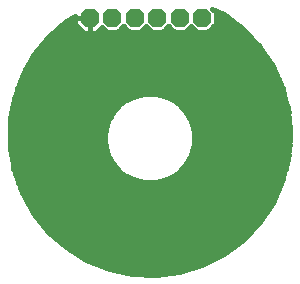
<source format=gbl>
G75*
%MOIN*%
%OFA0B0*%
%FSLAX24Y24*%
%IPPOS*%
%LPD*%
%AMOC8*
5,1,8,0,0,1.08239X$1,22.5*
%
%ADD10OC8,0.0630*%
%ADD11C,0.0160*%
%ADD12OC8,0.0376*%
D10*
X003680Y010680D03*
X004430Y010680D03*
X005180Y010680D03*
X005930Y010680D03*
X006680Y010680D03*
X007430Y010680D03*
D11*
X008538Y003107D02*
X002809Y003107D01*
X002891Y003034D02*
X002294Y003560D01*
X001794Y004179D01*
X001406Y004873D01*
X001141Y005623D01*
X001007Y006407D01*
X001007Y007203D01*
X001141Y007987D01*
X001406Y008737D01*
X001794Y009431D01*
X002294Y010050D01*
X002891Y010576D01*
X003185Y010757D01*
X003185Y010680D01*
X003680Y010680D01*
X003680Y010185D01*
X003885Y010185D01*
X004083Y010383D01*
X004242Y010225D01*
X004618Y010225D01*
X004805Y010412D01*
X004992Y010225D01*
X005368Y010225D01*
X005555Y010412D01*
X005742Y010225D01*
X006118Y010225D01*
X006305Y010412D01*
X006492Y010225D01*
X006868Y010225D01*
X007055Y010412D01*
X007242Y010225D01*
X007618Y010225D01*
X007885Y010492D01*
X007885Y010868D01*
X007767Y010986D01*
X008139Y010799D01*
X008779Y010326D01*
X009329Y009751D01*
X009774Y009092D01*
X010102Y008367D01*
X010303Y007598D01*
X010370Y006805D01*
X010303Y006012D01*
X010303Y006012D01*
X010102Y005243D01*
X009774Y004518D01*
X009329Y003859D01*
X008779Y003284D01*
X008139Y002811D01*
X007429Y002453D01*
X006668Y002220D01*
X005879Y002119D01*
X005084Y002153D01*
X004307Y002321D01*
X003569Y002617D01*
X002891Y003034D01*
X003031Y002948D02*
X008324Y002948D01*
X008096Y002790D02*
X003289Y002790D01*
X003546Y002631D02*
X007781Y002631D01*
X007467Y002473D02*
X003929Y002473D01*
X004337Y002314D02*
X006974Y002314D01*
X006162Y002156D02*
X005073Y002156D01*
X002629Y003265D02*
X008752Y003265D01*
X008912Y003424D02*
X002449Y003424D01*
X002276Y003582D02*
X009064Y003582D01*
X009216Y003741D02*
X002148Y003741D01*
X002020Y003899D02*
X009356Y003899D01*
X009463Y004058D02*
X001892Y004058D01*
X001773Y004216D02*
X009571Y004216D01*
X009678Y004375D02*
X001685Y004375D01*
X001596Y004533D02*
X009781Y004533D01*
X009853Y004692D02*
X001508Y004692D01*
X001419Y004850D02*
X009925Y004850D01*
X009996Y005009D02*
X001359Y005009D01*
X001303Y005167D02*
X010068Y005167D01*
X010124Y005326D02*
X006294Y005326D01*
X006251Y005301D02*
X006589Y005496D01*
X006864Y005771D01*
X007059Y006109D01*
X007160Y006485D01*
X007160Y006875D01*
X007059Y007251D01*
X006864Y007589D01*
X006589Y007864D01*
X006251Y008059D01*
X005875Y008160D01*
X005485Y008160D01*
X005109Y008059D01*
X004771Y007864D01*
X004496Y007589D01*
X004301Y007251D01*
X004200Y006875D01*
X004200Y006485D01*
X004301Y006109D01*
X004496Y005771D01*
X004771Y005496D01*
X005109Y005301D01*
X005485Y005200D01*
X005875Y005200D01*
X006251Y005301D01*
X006568Y005484D02*
X010165Y005484D01*
X010206Y005643D02*
X006736Y005643D01*
X006881Y005801D02*
X010248Y005801D01*
X010289Y005960D02*
X006973Y005960D01*
X007062Y006118D02*
X010312Y006118D01*
X010325Y006277D02*
X007104Y006277D01*
X007147Y006435D02*
X010339Y006435D01*
X010352Y006594D02*
X007160Y006594D01*
X007160Y006752D02*
X010365Y006752D01*
X010361Y006911D02*
X007150Y006911D01*
X007108Y007069D02*
X010348Y007069D01*
X010334Y007228D02*
X007066Y007228D01*
X006981Y007386D02*
X010321Y007386D01*
X010307Y007545D02*
X006890Y007545D01*
X006750Y007703D02*
X010275Y007703D01*
X010234Y007862D02*
X006592Y007862D01*
X006319Y008020D02*
X010193Y008020D01*
X010151Y008179D02*
X001209Y008179D01*
X001265Y008337D02*
X010110Y008337D01*
X010044Y008496D02*
X001321Y008496D01*
X001377Y008654D02*
X009973Y008654D01*
X009901Y008813D02*
X001449Y008813D01*
X001537Y008971D02*
X009829Y008971D01*
X009749Y009130D02*
X001626Y009130D01*
X001714Y009288D02*
X009642Y009288D01*
X009535Y009447D02*
X001807Y009447D01*
X001935Y009605D02*
X009428Y009605D01*
X009317Y009764D02*
X002063Y009764D01*
X002191Y009922D02*
X009165Y009922D01*
X009014Y010081D02*
X002328Y010081D01*
X002509Y010239D02*
X003421Y010239D01*
X003475Y010185D02*
X003680Y010185D01*
X003680Y010680D01*
X003680Y010680D01*
X003680Y010680D01*
X003185Y010680D01*
X003185Y010475D01*
X003475Y010185D01*
X003680Y010239D02*
X003680Y010239D01*
X003680Y010398D02*
X003680Y010398D01*
X003680Y010556D02*
X003680Y010556D01*
X003939Y010239D02*
X004228Y010239D01*
X004632Y010239D02*
X004978Y010239D01*
X004819Y010398D02*
X004791Y010398D01*
X005382Y010239D02*
X005728Y010239D01*
X005569Y010398D02*
X005541Y010398D01*
X006132Y010239D02*
X006478Y010239D01*
X006319Y010398D02*
X006291Y010398D01*
X006882Y010239D02*
X007228Y010239D01*
X007069Y010398D02*
X007041Y010398D01*
X007632Y010239D02*
X008862Y010239D01*
X008681Y010398D02*
X007791Y010398D01*
X007885Y010556D02*
X008467Y010556D01*
X008253Y010715D02*
X007885Y010715D01*
X007880Y010873D02*
X007992Y010873D01*
X005041Y008020D02*
X001153Y008020D01*
X001120Y007862D02*
X004768Y007862D01*
X004610Y007703D02*
X001093Y007703D01*
X001065Y007545D02*
X004470Y007545D01*
X004379Y007386D02*
X001038Y007386D01*
X001011Y007228D02*
X004294Y007228D01*
X004252Y007069D02*
X001007Y007069D01*
X001007Y006911D02*
X004210Y006911D01*
X004200Y006752D02*
X001007Y006752D01*
X001007Y006594D02*
X004200Y006594D01*
X004213Y006435D02*
X001007Y006435D01*
X001029Y006277D02*
X004256Y006277D01*
X004298Y006118D02*
X001056Y006118D01*
X001084Y005960D02*
X004387Y005960D01*
X004479Y005801D02*
X001111Y005801D01*
X001138Y005643D02*
X004624Y005643D01*
X004792Y005484D02*
X001191Y005484D01*
X001247Y005326D02*
X005066Y005326D01*
X003262Y010398D02*
X002689Y010398D01*
X002869Y010556D02*
X003185Y010556D01*
X003185Y010715D02*
X003117Y010715D01*
D12*
X003055Y009680D03*
X003430Y006555D03*
X007430Y008680D03*
X008305Y009930D03*
X009055Y006180D03*
M02*

</source>
